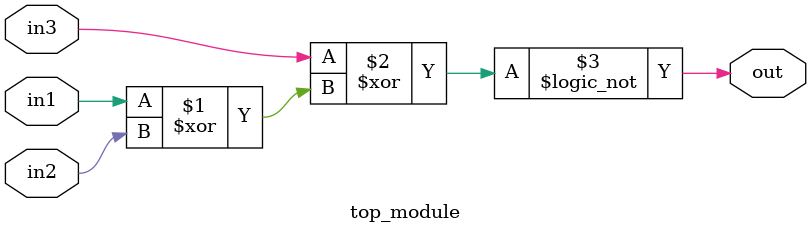
<source format=v>
module top_module (
        input in1,
        input in2,
        input in3,
        output out);

    assign out = !(in3 ^ (in1 ^ in2));

endmodule

</source>
